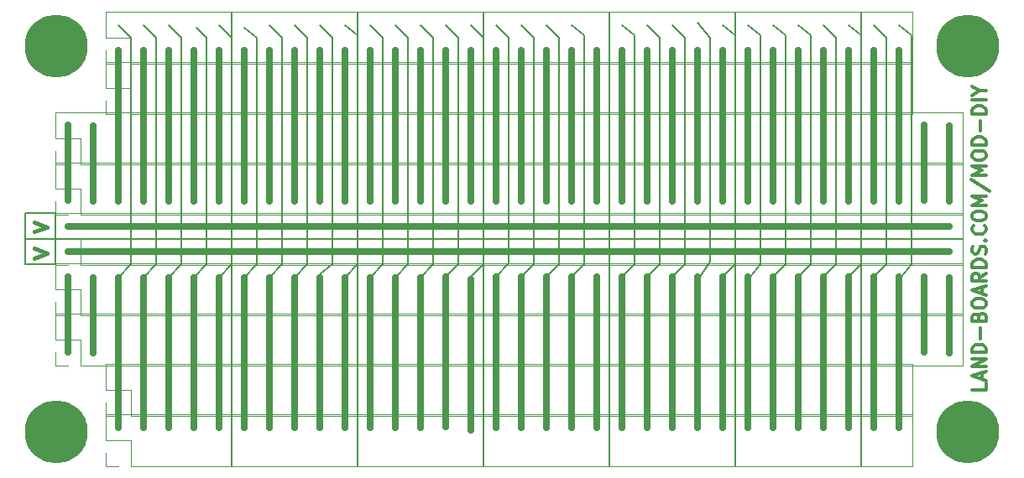
<source format=gto>
%TF.GenerationSoftware,KiCad,Pcbnew,(6.0.1)*%
%TF.CreationDate,2022-10-05T19:20:56-04:00*%
%TF.ProjectId,MOD-DIY,4d4f442d-4449-4592-9e6b-696361645f70,rev?*%
%TF.SameCoordinates,Original*%
%TF.FileFunction,Legend,Top*%
%TF.FilePolarity,Positive*%
%FSLAX46Y46*%
G04 Gerber Fmt 4.6, Leading zero omitted, Abs format (unit mm)*
G04 Created by KiCad (PCBNEW (6.0.1)) date 2022-10-05 19:20:56*
%MOMM*%
%LPD*%
G01*
G04 APERTURE LIST*
%ADD10C,0.150000*%
%ADD11C,0.635000*%
%ADD12C,0.381000*%
%ADD13C,0.349250*%
%ADD14C,0.120000*%
%ADD15C,6.350000*%
G04 APERTURE END LIST*
D10*
X180340000Y-42926000D02*
X179070000Y-41910000D01*
X180340000Y-66040000D02*
X180340000Y-42926000D01*
X179324000Y-67340000D02*
X180340000Y-66040000D01*
X177800000Y-66040000D02*
X176530000Y-67340000D01*
X177800000Y-43180000D02*
X177800000Y-66040000D01*
X176530000Y-41910000D02*
X177800000Y-43180000D01*
X175260000Y-42926000D02*
X173990000Y-41910000D01*
X175260000Y-66040000D02*
X175260000Y-42926000D01*
X173990000Y-67340000D02*
X175260000Y-66040000D01*
X172720000Y-66040000D02*
X171450000Y-67340000D01*
X172720000Y-43180000D02*
X172720000Y-66040000D01*
X171450000Y-41910000D02*
X172720000Y-43180000D01*
X170180000Y-42926000D02*
X168910000Y-41910000D01*
X170180000Y-66040000D02*
X170180000Y-42926000D01*
X168910000Y-67340000D02*
X170180000Y-66040000D01*
X167640000Y-66040000D02*
X166370000Y-67340000D01*
X167640000Y-42926000D02*
X167640000Y-66040000D01*
X166370000Y-41910000D02*
X167640000Y-42926000D01*
X165100000Y-42926000D02*
X163830000Y-41910000D01*
X165100000Y-66040000D02*
X165100000Y-42926000D01*
X164084000Y-67340000D02*
X165100000Y-66040000D01*
X162560000Y-66040000D02*
X161290000Y-67340000D01*
X162560000Y-42926000D02*
X162560000Y-66040000D01*
X161290000Y-41910000D02*
X162560000Y-42926000D01*
X160020000Y-43180000D02*
X158750000Y-41656000D01*
X160020000Y-65786000D02*
X160020000Y-43180000D01*
X159004000Y-67340000D02*
X160020000Y-65786000D01*
X157480000Y-66040000D02*
X156210000Y-67340000D01*
X157480000Y-43180000D02*
X157480000Y-66040000D01*
X156210000Y-41910000D02*
X157480000Y-43180000D01*
X154940000Y-43180000D02*
X153670000Y-41910000D01*
X154940000Y-66040000D02*
X154940000Y-43180000D01*
X153670000Y-67340000D02*
X154940000Y-66040000D01*
X152400000Y-66040000D02*
X151130000Y-67340000D01*
X152400000Y-42926000D02*
X152400000Y-66040000D01*
X151130000Y-41910000D02*
X152400000Y-42926000D01*
X147320000Y-42926000D02*
X146050000Y-41910000D01*
X147320000Y-66040000D02*
X147320000Y-42926000D01*
X146050000Y-67340000D02*
X147320000Y-66040000D01*
X144780000Y-66040000D02*
X143510000Y-67340000D01*
X144780000Y-43180000D02*
X144780000Y-66040000D01*
X143510000Y-41910000D02*
X144780000Y-43180000D01*
X142240000Y-43180000D02*
X140970000Y-41910000D01*
X142240000Y-66040000D02*
X142240000Y-43180000D01*
X140970000Y-67340000D02*
X142240000Y-66040000D01*
X139700000Y-65980000D02*
X138430000Y-67340000D01*
X139700000Y-43180000D02*
X139700000Y-65980000D01*
X138430000Y-41910000D02*
X139700000Y-43180000D01*
X137160000Y-43180000D02*
X135890000Y-41910000D01*
X137160000Y-66040000D02*
X137160000Y-43180000D01*
X135890000Y-67310000D02*
X137160000Y-66040000D01*
X134620000Y-66040000D02*
X133350000Y-67310000D01*
X134620000Y-43180000D02*
X134620000Y-66040000D01*
X133350000Y-41910000D02*
X134620000Y-43180000D01*
X130810000Y-41910000D02*
X132080000Y-43180000D01*
X132080000Y-66040000D02*
X132080000Y-43180000D01*
X130810000Y-67370000D02*
X132080000Y-66040000D01*
X132080000Y-66040000D02*
X130810000Y-67370000D01*
X132080000Y-43180000D02*
X132080000Y-66040000D01*
X130810000Y-41910000D02*
X132080000Y-43180000D01*
X129540000Y-43180000D02*
X128270000Y-41910000D01*
X129540000Y-66040000D02*
X129540000Y-43180000D01*
X128270000Y-67370000D02*
X129540000Y-66040000D01*
X127000000Y-66040000D02*
X125730000Y-67370000D01*
X127000000Y-43180000D02*
X127000000Y-66040000D01*
X125730000Y-41910000D02*
X127000000Y-43180000D01*
X124460000Y-42926000D02*
X123190000Y-41910000D01*
X124460000Y-66040000D02*
X124460000Y-42926000D01*
X123190000Y-67370000D02*
X124460000Y-66040000D01*
X120650000Y-67056000D02*
X120650000Y-67370000D01*
X121920000Y-66040000D02*
X120650000Y-67056000D01*
X121920000Y-43180000D02*
X121920000Y-66040000D01*
X120650000Y-41910000D02*
X121920000Y-43180000D01*
X119380000Y-43180000D02*
X118110000Y-41910000D01*
X119380000Y-66040000D02*
X119380000Y-43180000D01*
X118110000Y-67370000D02*
X119380000Y-66040000D01*
X116840000Y-66040000D02*
X115570000Y-67370000D01*
X116840000Y-43180000D02*
X116840000Y-66040000D01*
X115570000Y-41910000D02*
X116840000Y-43180000D01*
X114300000Y-43180000D02*
X113030000Y-42164000D01*
X114300000Y-66040000D02*
X114300000Y-43180000D01*
X113030000Y-67370000D02*
X114300000Y-66040000D01*
X111760000Y-66040000D02*
X110490000Y-67370000D01*
X111760000Y-43180000D02*
X111760000Y-66040000D01*
X110490000Y-41910000D02*
X111760000Y-43180000D01*
X109220000Y-43180000D02*
X108204000Y-42164000D01*
X109220000Y-66040000D02*
X109220000Y-43180000D01*
X107950000Y-67370000D02*
X109220000Y-66040000D01*
X106680000Y-66040000D02*
X105410000Y-67370000D01*
X106680000Y-43180000D02*
X106680000Y-66040000D01*
X105410000Y-41910000D02*
X106680000Y-43180000D01*
X104140000Y-43180000D02*
X102870000Y-41910000D01*
X104140000Y-66040000D02*
X104140000Y-43180000D01*
X102870000Y-67370000D02*
X104140000Y-66040000D01*
X101600000Y-66040000D02*
X100330000Y-67370000D01*
X101594996Y-43180000D02*
X101600000Y-66040000D01*
X100330000Y-41910000D02*
X101594996Y-43180000D01*
D11*
X179070000Y-44480000D02*
X179070000Y-59660000D01*
X176530000Y-44480000D02*
X176530000Y-59660000D01*
X173990000Y-44480000D02*
X173990000Y-59660000D01*
X171450000Y-44480000D02*
X171450000Y-59660000D01*
X168910000Y-44480000D02*
X168910000Y-59660000D01*
X166370000Y-44480000D02*
X166370000Y-59660000D01*
X163830000Y-44480000D02*
X163830000Y-59660000D01*
X161290000Y-44480000D02*
X161290000Y-59660000D01*
X158750000Y-44480000D02*
X158750000Y-59660000D01*
X156210000Y-44480000D02*
X156210000Y-59660000D01*
X153670000Y-44480000D02*
X153670000Y-59660000D01*
X151130000Y-44480000D02*
X151130000Y-59660000D01*
X148590000Y-44480000D02*
X148590000Y-59660000D01*
X146050000Y-44480000D02*
X146050000Y-59660000D01*
X143510000Y-44480000D02*
X143510000Y-59660000D01*
X140970000Y-44480000D02*
X140970000Y-59660000D01*
X138430000Y-44480000D02*
X138430000Y-59660000D01*
X135890000Y-44480000D02*
X135890000Y-59660000D01*
X133350000Y-44480000D02*
X133350000Y-59660000D01*
X130810000Y-44480000D02*
X130810000Y-59660000D01*
X128270000Y-44480000D02*
X128270000Y-59660000D01*
X125730000Y-44480000D02*
X125730000Y-59660000D01*
X123190000Y-44480000D02*
X123190000Y-59660000D01*
X120650000Y-44480000D02*
X120650000Y-59660000D01*
X118110000Y-44480000D02*
X118110000Y-59660000D01*
X115570000Y-44480000D02*
X115570000Y-59660000D01*
X113030000Y-44480000D02*
X113030000Y-59660000D01*
X110490000Y-44480000D02*
X110490000Y-59660000D01*
X107950000Y-44480000D02*
X107950000Y-59660000D01*
X105410000Y-44480000D02*
X105410000Y-59660000D01*
X102870000Y-44480000D02*
X102870000Y-59660000D01*
X100330000Y-44480000D02*
X100330000Y-59660000D01*
X97790000Y-52070000D02*
X97790000Y-59690000D01*
X95250000Y-52010000D02*
X95250000Y-59630000D01*
X184150000Y-52070000D02*
X184150000Y-59690000D01*
X181610000Y-52010000D02*
X181610000Y-59630000D01*
X184150000Y-67370000D02*
X184150000Y-74990000D01*
X181610000Y-67310000D02*
X181610000Y-74930000D01*
X179070000Y-67340000D02*
X179070000Y-82520000D01*
X176530000Y-67340000D02*
X176530000Y-82520000D01*
X173990000Y-67340000D02*
X173990000Y-82520000D01*
X171450000Y-67340000D02*
X171450000Y-82520000D01*
X168910000Y-67340000D02*
X168910000Y-82520000D01*
X166370000Y-67340000D02*
X166370000Y-82520000D01*
X163830000Y-67340000D02*
X163830000Y-82520000D01*
X161290000Y-67340000D02*
X161290000Y-82520000D01*
X158750000Y-67340000D02*
X158750000Y-82520000D01*
X156210000Y-67340000D02*
X156210000Y-82520000D01*
X153670000Y-67340000D02*
X153670000Y-82520000D01*
X151130000Y-67340000D02*
X151130000Y-82520000D01*
X148590000Y-67340000D02*
X148590000Y-82520000D01*
X146050000Y-67340000D02*
X146050000Y-82520000D01*
X143510000Y-67340000D02*
X143510000Y-82520000D01*
X140970000Y-67340000D02*
X140970000Y-82520000D01*
X138430000Y-67340000D02*
X138430000Y-82520000D01*
X135890000Y-67594000D02*
X135890000Y-82774000D01*
X133350000Y-67310000D02*
X133350000Y-82490000D01*
X130810000Y-67370000D02*
X130810000Y-82550000D01*
X128270000Y-67370000D02*
X128270000Y-82550000D01*
X125730000Y-67370000D02*
X125730000Y-82550000D01*
X123190000Y-67370000D02*
X123190000Y-82550000D01*
X120650000Y-67370000D02*
X120650000Y-82550000D01*
X118110000Y-67370000D02*
X118110000Y-82550000D01*
X115570000Y-67370000D02*
X115570000Y-82550000D01*
X113030000Y-67370000D02*
X113030000Y-82550000D01*
X110490000Y-67370000D02*
X110490000Y-82550000D01*
X107950000Y-67370000D02*
X107950000Y-82550000D01*
X105410000Y-67370000D02*
X105410000Y-82550000D01*
X102870000Y-67370000D02*
X102870000Y-82550000D01*
X100330000Y-67370000D02*
X100330000Y-82550000D01*
X97790000Y-67370000D02*
X97790000Y-74990000D01*
X95250000Y-67310000D02*
X95250000Y-74930000D01*
X184150000Y-64770000D02*
X95250000Y-64770000D01*
X95250000Y-62230000D02*
X184150000Y-62230000D01*
D10*
X90932000Y-63500000D02*
X185480000Y-63500000D01*
D12*
X91827047Y-61817159D02*
X93084952Y-62288873D01*
X91827047Y-62760587D01*
X91827047Y-64475269D02*
X93084952Y-64946983D01*
X91827047Y-65418697D01*
D10*
X90932000Y-63500000D02*
X93920000Y-63500000D01*
X93920000Y-63500000D02*
X93920000Y-60900000D01*
X93920000Y-60900000D02*
X90932000Y-60900000D01*
X90932000Y-60900000D02*
X90932000Y-63500000D01*
X93920000Y-63500000D02*
X90932000Y-63500000D01*
X90932000Y-63500000D02*
X90932000Y-66040000D01*
X90932000Y-66040000D02*
X93920000Y-66040000D01*
X93920000Y-66040000D02*
X93920000Y-63500000D01*
X175260000Y-86360000D02*
X175260000Y-40640000D01*
X162560000Y-40640000D02*
X162560000Y-86360000D01*
X149860000Y-86360000D02*
X149860000Y-40640000D01*
X137160000Y-40640000D02*
X137160000Y-86360000D01*
X124460000Y-86360000D02*
X124460000Y-40640000D01*
X111760000Y-40640000D02*
X111760000Y-86360000D01*
D13*
X187829976Y-78068714D02*
X187829976Y-78733952D01*
X186432976Y-78733952D01*
X187430833Y-77669571D02*
X187430833Y-77004333D01*
X187829976Y-77802619D02*
X186432976Y-77336952D01*
X187829976Y-76871285D01*
X187829976Y-76405619D02*
X186432976Y-76405619D01*
X187829976Y-75607333D01*
X186432976Y-75607333D01*
X187829976Y-74942095D02*
X186432976Y-74942095D01*
X186432976Y-74609476D01*
X186499500Y-74409904D01*
X186632547Y-74276857D01*
X186765595Y-74210333D01*
X187031690Y-74143809D01*
X187231261Y-74143809D01*
X187497357Y-74210333D01*
X187630404Y-74276857D01*
X187763452Y-74409904D01*
X187829976Y-74609476D01*
X187829976Y-74942095D01*
X187297785Y-73545095D02*
X187297785Y-72480714D01*
X187098214Y-71349809D02*
X187164738Y-71150238D01*
X187231261Y-71083714D01*
X187364309Y-71017190D01*
X187563880Y-71017190D01*
X187696928Y-71083714D01*
X187763452Y-71150238D01*
X187829976Y-71283285D01*
X187829976Y-71815476D01*
X186432976Y-71815476D01*
X186432976Y-71349809D01*
X186499500Y-71216761D01*
X186566023Y-71150238D01*
X186699071Y-71083714D01*
X186832119Y-71083714D01*
X186965166Y-71150238D01*
X187031690Y-71216761D01*
X187098214Y-71349809D01*
X187098214Y-71815476D01*
X186432976Y-70152380D02*
X186432976Y-69886285D01*
X186499500Y-69753238D01*
X186632547Y-69620190D01*
X186898642Y-69553666D01*
X187364309Y-69553666D01*
X187630404Y-69620190D01*
X187763452Y-69753238D01*
X187829976Y-69886285D01*
X187829976Y-70152380D01*
X187763452Y-70285428D01*
X187630404Y-70418476D01*
X187364309Y-70485000D01*
X186898642Y-70485000D01*
X186632547Y-70418476D01*
X186499500Y-70285428D01*
X186432976Y-70152380D01*
X187430833Y-69021476D02*
X187430833Y-68356238D01*
X187829976Y-69154523D02*
X186432976Y-68688857D01*
X187829976Y-68223190D01*
X187829976Y-66959238D02*
X187164738Y-67424904D01*
X187829976Y-67757523D02*
X186432976Y-67757523D01*
X186432976Y-67225333D01*
X186499500Y-67092285D01*
X186566023Y-67025761D01*
X186699071Y-66959238D01*
X186898642Y-66959238D01*
X187031690Y-67025761D01*
X187098214Y-67092285D01*
X187164738Y-67225333D01*
X187164738Y-67757523D01*
X187829976Y-66360523D02*
X186432976Y-66360523D01*
X186432976Y-66027904D01*
X186499500Y-65828333D01*
X186632547Y-65695285D01*
X186765595Y-65628761D01*
X187031690Y-65562238D01*
X187231261Y-65562238D01*
X187497357Y-65628761D01*
X187630404Y-65695285D01*
X187763452Y-65828333D01*
X187829976Y-66027904D01*
X187829976Y-66360523D01*
X187763452Y-65030047D02*
X187829976Y-64830476D01*
X187829976Y-64497857D01*
X187763452Y-64364809D01*
X187696928Y-64298285D01*
X187563880Y-64231761D01*
X187430833Y-64231761D01*
X187297785Y-64298285D01*
X187231261Y-64364809D01*
X187164738Y-64497857D01*
X187098214Y-64763952D01*
X187031690Y-64897000D01*
X186965166Y-64963523D01*
X186832119Y-65030047D01*
X186699071Y-65030047D01*
X186566023Y-64963523D01*
X186499500Y-64897000D01*
X186432976Y-64763952D01*
X186432976Y-64431333D01*
X186499500Y-64231761D01*
X187696928Y-63633047D02*
X187763452Y-63566523D01*
X187829976Y-63633047D01*
X187763452Y-63699571D01*
X187696928Y-63633047D01*
X187829976Y-63633047D01*
X187696928Y-62169523D02*
X187763452Y-62236047D01*
X187829976Y-62435619D01*
X187829976Y-62568666D01*
X187763452Y-62768238D01*
X187630404Y-62901285D01*
X187497357Y-62967809D01*
X187231261Y-63034333D01*
X187031690Y-63034333D01*
X186765595Y-62967809D01*
X186632547Y-62901285D01*
X186499500Y-62768238D01*
X186432976Y-62568666D01*
X186432976Y-62435619D01*
X186499500Y-62236047D01*
X186566023Y-62169523D01*
X186432976Y-61304714D02*
X186432976Y-61038619D01*
X186499500Y-60905571D01*
X186632547Y-60772523D01*
X186898642Y-60706000D01*
X187364309Y-60706000D01*
X187630404Y-60772523D01*
X187763452Y-60905571D01*
X187829976Y-61038619D01*
X187829976Y-61304714D01*
X187763452Y-61437761D01*
X187630404Y-61570809D01*
X187364309Y-61637333D01*
X186898642Y-61637333D01*
X186632547Y-61570809D01*
X186499500Y-61437761D01*
X186432976Y-61304714D01*
X187829976Y-60107285D02*
X186432976Y-60107285D01*
X187430833Y-59641619D01*
X186432976Y-59175952D01*
X187829976Y-59175952D01*
X186366452Y-57512857D02*
X188162595Y-58710285D01*
X187829976Y-57047190D02*
X186432976Y-57047190D01*
X187430833Y-56581523D01*
X186432976Y-56115857D01*
X187829976Y-56115857D01*
X186432976Y-55184523D02*
X186432976Y-54918428D01*
X186499500Y-54785380D01*
X186632547Y-54652333D01*
X186898642Y-54585809D01*
X187364309Y-54585809D01*
X187630404Y-54652333D01*
X187763452Y-54785380D01*
X187829976Y-54918428D01*
X187829976Y-55184523D01*
X187763452Y-55317571D01*
X187630404Y-55450619D01*
X187364309Y-55517142D01*
X186898642Y-55517142D01*
X186632547Y-55450619D01*
X186499500Y-55317571D01*
X186432976Y-55184523D01*
X187829976Y-53987095D02*
X186432976Y-53987095D01*
X186432976Y-53654476D01*
X186499500Y-53454904D01*
X186632547Y-53321857D01*
X186765595Y-53255333D01*
X187031690Y-53188809D01*
X187231261Y-53188809D01*
X187497357Y-53255333D01*
X187630404Y-53321857D01*
X187763452Y-53454904D01*
X187829976Y-53654476D01*
X187829976Y-53987095D01*
X187297785Y-52590095D02*
X187297785Y-51525714D01*
X187829976Y-50860476D02*
X186432976Y-50860476D01*
X186432976Y-50527857D01*
X186499500Y-50328285D01*
X186632547Y-50195238D01*
X186765595Y-50128714D01*
X187031690Y-50062190D01*
X187231261Y-50062190D01*
X187497357Y-50128714D01*
X187630404Y-50195238D01*
X187763452Y-50328285D01*
X187829976Y-50527857D01*
X187829976Y-50860476D01*
X187829976Y-49463476D02*
X186432976Y-49463476D01*
X187164738Y-48532142D02*
X187829976Y-48532142D01*
X186432976Y-48997809D02*
X187164738Y-48532142D01*
X186432976Y-48066476D01*
D14*
%TO.C,J7*%
X96520000Y-61020000D02*
X185480000Y-61020000D01*
X93920000Y-58420000D02*
X93920000Y-55820000D01*
X96520000Y-61020000D02*
X96520000Y-58420000D01*
X93920000Y-55820000D02*
X185480000Y-55820000D01*
X96520000Y-58420000D02*
X93920000Y-58420000D01*
X185480000Y-61020000D02*
X185480000Y-55820000D01*
X95250000Y-61020000D02*
X93920000Y-61020000D01*
X93920000Y-61020000D02*
X93920000Y-59690000D01*
%TO.C,J4*%
X96520000Y-55940000D02*
X185480000Y-55940000D01*
X93920000Y-53340000D02*
X93920000Y-50740000D01*
X96520000Y-53340000D02*
X93920000Y-53340000D01*
X93920000Y-55940000D02*
X93920000Y-54610000D01*
X96520000Y-55940000D02*
X96520000Y-53340000D01*
X95250000Y-55940000D02*
X93920000Y-55940000D01*
X185480000Y-55940000D02*
X185480000Y-50740000D01*
X93920000Y-50740000D02*
X185480000Y-50740000D01*
%TO.C,J9*%
X101600000Y-78740000D02*
X99000000Y-78740000D01*
X99000000Y-76140000D02*
X180400000Y-76140000D01*
X99000000Y-81340000D02*
X99000000Y-80010000D01*
X101600000Y-81340000D02*
X180400000Y-81340000D01*
X99000000Y-78740000D02*
X99000000Y-76140000D01*
X101600000Y-81340000D02*
X101600000Y-78740000D01*
X180400000Y-81340000D02*
X180400000Y-76140000D01*
X100330000Y-81340000D02*
X99000000Y-81340000D01*
%TO.C,J5*%
X101600000Y-50860000D02*
X101600000Y-48260000D01*
X100330000Y-50860000D02*
X99000000Y-50860000D01*
X99000000Y-48260000D02*
X99000000Y-45660000D01*
X99000000Y-50860000D02*
X99000000Y-49530000D01*
X101600000Y-48260000D02*
X99000000Y-48260000D01*
X101600000Y-50860000D02*
X180400000Y-50860000D01*
X99000000Y-45660000D02*
X180400000Y-45660000D01*
X180400000Y-50860000D02*
X180400000Y-45660000D01*
%TO.C,J8*%
X95250000Y-71180000D02*
X93920000Y-71180000D01*
X93920000Y-68580000D02*
X93920000Y-65980000D01*
X93920000Y-71180000D02*
X93920000Y-69850000D01*
X185480000Y-71180000D02*
X185480000Y-65980000D01*
X96520000Y-68580000D02*
X93920000Y-68580000D01*
X96520000Y-71180000D02*
X185480000Y-71180000D01*
X96520000Y-71180000D02*
X96520000Y-68580000D01*
X93920000Y-65980000D02*
X185480000Y-65980000D01*
%TO.C,J1*%
X95250000Y-66100000D02*
X93920000Y-66100000D01*
X185480000Y-66100000D02*
X185480000Y-60900000D01*
X93920000Y-63500000D02*
X93920000Y-60900000D01*
X96520000Y-63500000D02*
X93920000Y-63500000D01*
X96520000Y-66100000D02*
X185480000Y-66100000D01*
X96520000Y-66100000D02*
X96520000Y-63500000D01*
X93920000Y-60900000D02*
X185480000Y-60900000D01*
X93920000Y-66100000D02*
X93920000Y-64770000D01*
%TO.C,J2*%
X98994996Y-40580000D02*
X180394996Y-40580000D01*
X101594996Y-45780000D02*
X101594996Y-43180000D01*
X98994996Y-43180000D02*
X98994996Y-40580000D01*
X100324996Y-45780000D02*
X98994996Y-45780000D01*
X101594996Y-43180000D02*
X98994996Y-43180000D01*
X98994996Y-45780000D02*
X98994996Y-44450000D01*
X180394996Y-45780000D02*
X180394996Y-40580000D01*
X101594996Y-45780000D02*
X180394996Y-45780000D01*
%TO.C,J6*%
X93920000Y-73660000D02*
X93920000Y-71060000D01*
X96520000Y-76260000D02*
X96520000Y-73660000D01*
X95250000Y-76260000D02*
X93920000Y-76260000D01*
X185480000Y-76260000D02*
X185480000Y-71060000D01*
X93920000Y-76260000D02*
X93920000Y-74930000D01*
X93920000Y-71060000D02*
X185480000Y-71060000D01*
X96520000Y-76260000D02*
X185480000Y-76260000D01*
X96520000Y-73660000D02*
X93920000Y-73660000D01*
%TO.C,J3*%
X98994996Y-83825004D02*
X98994996Y-81225004D01*
X98994996Y-81225004D02*
X180394996Y-81225004D01*
X101594996Y-86425004D02*
X180394996Y-86425004D01*
X101594996Y-86425004D02*
X101594996Y-83825004D01*
X101594996Y-83825004D02*
X98994996Y-83825004D01*
X98994996Y-86425004D02*
X98994996Y-85095004D01*
X180394996Y-86425004D02*
X180394996Y-81225004D01*
X100324996Y-86425004D02*
X98994996Y-86425004D01*
%TD*%
D15*
%TO.C,MTG1*%
X94000000Y-83000000D03*
%TD*%
%TO.C,MTG3*%
X94000000Y-44000000D03*
%TD*%
%TO.C,MTG2*%
X186000000Y-83000000D03*
%TD*%
%TO.C,MTG4*%
X186000000Y-44000000D03*
%TD*%
M02*

</source>
